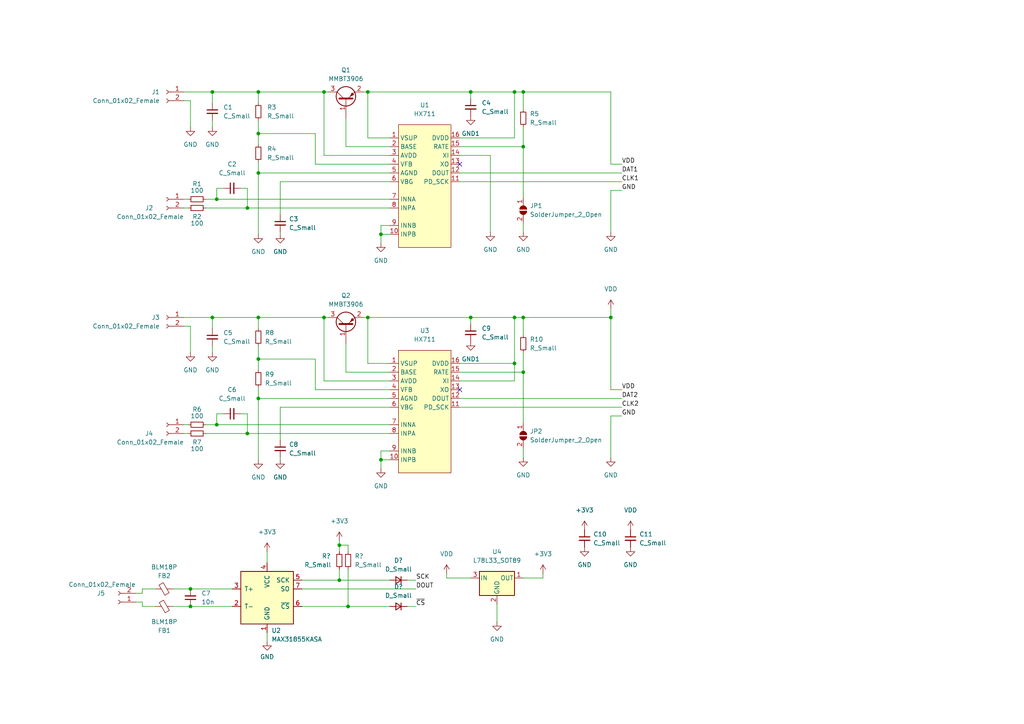
<source format=kicad_sch>
(kicad_sch (version 20211123) (generator eeschema)
  (paper "A4")
  (lib_symbols
    (symbol "Connector:Conn_01x02_Female" (pin_names (offset 1.016) hide)
      (property "Reference" "J" (at 0 2.54 0))
      (property "Value" "Conn_01x02_Female" (at 0 -5.08 0))
      (symbol "Conn_01x02_Female_1_1"
        (arc (start 0 -2.032) (mid -0.508 -2.54) (end 0 -3.048) (stroke (width 0.1524)))
        (polyline (pts (xy -1.27 -2.54) (xy -0.508 -2.54)) (stroke (width 0.1524)))
        (polyline (pts (xy -1.27 0) (xy -0.508 0)) (stroke (width 0.1524)))
        (arc (start 0 0.508) (mid -0.508 0) (end 0 -0.508) (stroke (width 0.1524)))
        (pin passive line (at -5.08 0 0) (length 3.81) (name "Pin_1") (number "1"))
        (pin passive line (at -5.08 -2.54 0) (length 3.81) (name "Pin_2") (number "2"))
      )
    )
    (symbol "Device:C_Small" (pin_numbers hide) (pin_names (offset 0.254) hide)
      (property "Reference" "C" (at 0.254 1.778 0))
      (property "Value" "C_Small" (at 0.254 -2.032 0))
      (symbol "C_Small_0_1"
        (polyline (pts (xy -1.524 -0.508) (xy 1.524 -0.508)) (stroke (width 0.3302)))
        (polyline (pts (xy -1.524 0.508) (xy 1.524 0.508)) (stroke (width 0.3048)))
      )
      (symbol "C_Small_1_1"
        (pin passive line (at 0 2.54 270) (length 2.032) (name "~") (number "1"))
        (pin passive line (at 0 -2.54 90) (length 2.032) (name "~") (number "2"))
      )
    )
    (symbol "Device:D_Small" (pin_numbers hide) (pin_names (offset 0.254) hide)
      (property "Reference" "D" (at -1.27 2.032 0))
      (property "Value" "D_Small" (at -3.81 -2.032 0))
      (symbol "D_Small_0_1"
        (polyline (pts (xy -0.762 -1.016) (xy -0.762 1.016)) (stroke (width 0.254)))
        (polyline (pts (xy -0.762 0) (xy 0.762 0)))
        (polyline (pts (xy 0.762 -1.016) (xy -0.762 0) (xy 0.762 1.016) (xy 0.762 -1.016)) (stroke (width 0.254)))
      )
      (symbol "D_Small_1_1"
        (pin passive line (at -2.54 0 0) (length 1.778) (name "K") (number "1"))
        (pin passive line (at 2.54 0 180) (length 1.778) (name "A") (number "2"))
      )
    )
    (symbol "Device:FerriteBead_Small" (pin_numbers hide) (pin_names (offset 0))
      (property "Reference" "FB" (at 1.905 1.27 0))
      (property "Value" "FerriteBead_Small" (at 1.905 -1.27 0))
      (symbol "FerriteBead_Small_0_1"
        (polyline (pts (xy 0 -1.27) (xy 0 -0.7874)))
        (polyline (pts (xy 0 0.889) (xy 0 1.2954)))
        (polyline (pts (xy -1.8288 0.2794) (xy -1.1176 1.4986) (xy 1.8288 -0.2032) (xy 1.1176 -1.4224) (xy -1.8288 0.2794)))
      )
      (symbol "FerriteBead_Small_1_1"
        (pin passive line (at 0 2.54 270) (length 1.27) (name "~") (number "1"))
        (pin passive line (at 0 -2.54 90) (length 1.27) (name "~") (number "2"))
      )
    )
    (symbol "Device:R_Small" (pin_numbers hide) (pin_names (offset 0.254) hide)
      (property "Reference" "R" (at 0.762 0.508 0))
      (property "Value" "R_Small" (at 0.762 -1.016 0))
      (symbol "R_Small_0_1"
        (rectangle (start -0.762 1.778) (end 0.762 -1.778) (stroke (width 0.2032)))
      )
      (symbol "R_Small_1_1"
        (pin passive line (at 0 2.54 270) (length 0.762) (name "~") (number "1"))
        (pin passive line (at 0 -2.54 90) (length 0.762) (name "~") (number "2"))
      )
    )
    (symbol "HX711:HX711"
      (property "Reference" "U" (at 0 17.78 0))
      (property "Value" "HX711" (at 0 20.32 0))
      (symbol "HX711_0_1"
        (rectangle (start -7.62 16.51) (end 7.62 -19.05) (fill (type background)))
      )
      (symbol "HX711_1_1"
        (pin input line (at -10.16 12.7 0) (length 2.54) (name "VSUP") (number "1"))
        (pin input line (at -10.16 -15.24 0) (length 2.54) (name "INPB") (number "10"))
        (pin input line (at 10.16 0 180) (length 2.54) (name "PD_SCK") (number "11"))
        (pin input line (at 10.16 2.54 180) (length 2.54) (name "DOUT") (number "12"))
        (pin input line (at 10.16 5.08 180) (length 2.54) (name "XO") (number "13"))
        (pin input line (at 10.16 7.62 180) (length 2.54) (name "XI") (number "14"))
        (pin input line (at 10.16 10.16 180) (length 2.54) (name "RATE") (number "15"))
        (pin input line (at 10.16 12.7 180) (length 2.54) (name "DVDD") (number "16"))
        (pin input line (at -10.16 10.16 0) (length 2.54) (name "BASE") (number "2"))
        (pin input line (at -10.16 7.62 0) (length 2.54) (name "AVDD") (number "3"))
        (pin input line (at -10.16 5.08 0) (length 2.54) (name "VFB") (number "4"))
        (pin input line (at -10.16 2.54 0) (length 2.54) (name "AGND") (number "5"))
        (pin input line (at -10.16 0 0) (length 2.54) (name "VBG") (number "6"))
        (pin input line (at -10.16 -5.08 0) (length 2.54) (name "INNA") (number "7"))
        (pin input line (at -10.16 -7.62 0) (length 2.54) (name "INPA") (number "8"))
        (pin input line (at -10.16 -12.7 0) (length 2.54) (name "INNB") (number "9"))
      )
    )
    (symbol "Jumper:SolderJumper_2_Open" (pin_names (offset 0) hide)
      (property "Reference" "JP" (at 0 2.032 0))
      (property "Value" "SolderJumper_2_Open" (at 0 -2.54 0))
      (symbol "SolderJumper_2_Open_0_1"
        (arc (start -0.254 1.016) (mid -1.27 0) (end -0.254 -1.016))
        (arc (start -0.254 1.016) (mid -1.27 0) (end -0.254 -1.016) (fill (type outline)))
        (polyline (pts (xy -0.254 1.016) (xy -0.254 -1.016)))
        (polyline (pts (xy 0.254 1.016) (xy 0.254 -1.016)))
        (arc (start 0.254 -1.016) (mid 1.27 0) (end 0.254 1.016))
        (arc (start 0.254 -1.016) (mid 1.27 0) (end 0.254 1.016) (fill (type outline)))
      )
      (symbol "SolderJumper_2_Open_1_1"
        (pin passive line (at -3.81 0 0) (length 2.54) (name "A") (number "1"))
        (pin passive line (at 3.81 0 180) (length 2.54) (name "B") (number "2"))
      )
    )
    (symbol "Regulator_Linear:L78L33_SOT89" (pin_names (offset 0.254))
      (property "Reference" "U" (at -3.81 3.175 0))
      (property "Value" "L78L33_SOT89" (at -0.635 3.175 0))
      (symbol "L78L33_SOT89_0_1"
        (rectangle (start -5.08 1.905) (end 5.08 -5.08) (stroke (width 0.254)) (fill (type background)))
      )
      (symbol "L78L33_SOT89_1_1"
        (pin power_out line (at 7.62 0 180) (length 2.54) (name "OUT") (number "1"))
        (pin power_in line (at 0 -7.62 90) (length 2.54) (name "GND") (number "2"))
        (pin power_in line (at -7.62 0 0) (length 2.54) (name "IN") (number "3"))
      )
    )
    (symbol "Sensor_Temperature:MAX31855KASA" (pin_names (offset 1.016))
      (property "Reference" "U" (at -7.62 8.89 0))
      (property "Value" "MAX31855KASA" (at 1.27 8.89 0))
      (symbol "MAX31855KASA_0_1"
        (rectangle (start -7.62 7.62) (end 7.62 -7.62) (stroke (width 0.254)) (fill (type background)))
      )
      (symbol "MAX31855KASA_1_1"
        (pin power_in line (at 0 -10.16 90) (length 2.54) (name "GND") (number "1"))
        (pin passive line (at -10.16 -2.54 0) (length 2.54) (name "T-") (number "2"))
        (pin passive line (at -10.16 2.54 0) (length 2.54) (name "T+") (number "3"))
        (pin power_in line (at 0 10.16 270) (length 2.54) (name "VCC") (number "4"))
        (pin input line (at 10.16 5.08 180) (length 2.54) (name "SCK") (number "5"))
        (pin input line (at 10.16 -2.54 180) (length 2.54) (name "~{CS}") (number "6"))
        (pin tri_state line (at 10.16 2.54 180) (length 2.54) (name "SO") (number "7"))
      )
    )
    (symbol "Transistor_BJT:MMBT3906" (pin_names (offset 0) hide)
      (property "Reference" "Q" (at 5.08 1.905 0))
      (property "Value" "MMBT3906" (at 5.08 0 0))
      (symbol "MMBT3906_0_1"
        (polyline (pts (xy 0.635 0.635) (xy 2.54 2.54)))
        (polyline (pts (xy 0.635 -0.635) (xy 2.54 -2.54) (xy 2.54 -2.54)))
        (polyline (pts (xy 0.635 1.905) (xy 0.635 -1.905) (xy 0.635 -1.905)) (stroke (width 0.508)))
        (polyline (pts (xy 2.286 -1.778) (xy 1.778 -2.286) (xy 1.27 -1.27) (xy 2.286 -1.778) (xy 2.286 -1.778)) (fill (type outline)))
        (circle (center 1.27 0) (radius 2.8194) (stroke (width 0.254)))
      )
      (symbol "MMBT3906_1_1"
        (pin input line (at -5.08 0 0) (length 5.715) (name "B") (number "1"))
        (pin passive line (at 2.54 -5.08 90) (length 2.54) (name "E") (number "2"))
        (pin passive line (at 2.54 5.08 270) (length 2.54) (name "C") (number "3"))
      )
    )
    (symbol "power:+3.3V" (power) (pin_names (offset 0))
      (property "Value" "+3.3V" (at 0 3.556 0))
      (symbol "+3.3V_0_1"
        (polyline (pts (xy -0.762 1.27) (xy 0 2.54)))
        (polyline (pts (xy 0 0) (xy 0 2.54)))
        (polyline (pts (xy 0 2.54) (xy 0.762 1.27)))
      )
      (symbol "+3.3V_1_1"
        (pin power_in line (at 0 0 90) (length 0) hide (name "+3V3") (number "1"))
      )
    )
    (symbol "power:GND" (power) (pin_names (offset 0))
      (property "Value" "GND" (at 0 -3.81 0))
      (symbol "GND_0_1"
        (polyline (pts (xy 0 0) (xy 0 -1.27) (xy 1.27 -1.27) (xy 0 -2.54) (xy -1.27 -1.27) (xy 0 -1.27)))
      )
      (symbol "GND_1_1"
        (pin power_in line (at 0 0 270) (length 0) hide (name "GND") (number "1"))
      )
    )
    (symbol "power:GND1" (power) (pin_names (offset 0))
      (property "Value" "GND1" (at 0 -3.81 0))
      (symbol "GND1_0_1"
        (polyline (pts (xy 0 0) (xy 0 -1.27) (xy 1.27 -1.27) (xy 0 -2.54) (xy -1.27 -1.27) (xy 0 -1.27)))
      )
      (symbol "GND1_1_1"
        (pin power_in line (at 0 0 270) (length 0) hide (name "GND1") (number "1"))
      )
    )
    (symbol "power:VDD" (power) (pin_names (offset 0))
      (property "Value" "VDD" (at 0 3.81 0))
      (symbol "VDD_0_1"
        (polyline (pts (xy -0.762 1.27) (xy 0 2.54)))
        (polyline (pts (xy 0 0) (xy 0 2.54)))
        (polyline (pts (xy 0 2.54) (xy 0.762 1.27)))
      )
      (symbol "VDD_1_1"
        (pin power_in line (at 0 0 90) (length 0) hide (name "VDD") (number "1"))
      )
    )
  )
  (junction (at 149.225 105.41))
  (junction (at 74.93 50.165))
  (junction (at 106.68 26.67))
  (junction (at 100.965 175.895))
  (junction (at 74.93 26.67))
  (junction (at 93.98 26.67))
  (junction (at 62.865 57.785))
  (junction (at 55.245 170.815))
  (junction (at 74.93 104.14))
  (junction (at 74.93 115.57))
  (junction (at 71.755 125.73))
  (junction (at 61.595 92.075))
  (junction (at 136.525 26.67))
  (junction (at 74.93 38.735))
  (junction (at 62.865 123.19))
  (junction (at 151.765 92.075))
  (junction (at 177.165 92.075))
  (junction (at 98.425 158.115))
  (junction (at 151.765 42.545))
  (junction (at 93.98 92.075))
  (junction (at 71.755 60.325))
  (junction (at 106.68 92.075))
  (junction (at 61.595 26.67))
  (junction (at 136.525 92.075))
  (junction (at 151.765 107.95))
  (junction (at 110.49 67.945))
  (junction (at 74.93 92.075))
  (junction (at 110.49 133.35))
  (junction (at 149.225 26.67))
  (junction (at 151.765 26.67))
  (junction (at 149.225 92.075))
  (junction (at 55.245 175.895))
  (junction (at 98.425 168.275))
  (no_connect (at 133.35 47.625))
  (no_connect (at 133.35 113.03))
  (wire (pts (xy 81.28 52.705) (xy 81.28 62.23)))
  (wire (pts (xy 151.765 26.67) (xy 177.165 26.67)))
  (wire (pts (xy 87.63 175.895) (xy 100.965 175.895)))
  (wire (pts (xy 151.765 36.83) (xy 151.765 42.545)))
  (wire (pts (xy 91.44 47.625) (xy 91.44 38.735)))
  (wire (pts (xy 41.275 172.085) (xy 39.37 172.085)))
  (wire (pts (xy 151.765 57.15) (xy 151.765 42.545)))
  (wire (pts (xy 59.69 60.325) (xy 71.755 60.325)))
  (wire (pts (xy 151.765 102.235) (xy 151.765 107.95)))
  (wire (pts (xy 118.11 168.275) (xy 120.65 168.275)))
  (wire (pts (xy 110.49 133.35) (xy 110.49 130.81)))
  (wire (pts (xy 113.03 52.705) (xy 81.28 52.705)))
  (wire (pts (xy 74.93 34.925) (xy 74.93 38.735)))
  (wire (pts (xy 93.98 45.085) (xy 93.98 26.67)))
  (wire (pts (xy 157.48 167.64) (xy 157.48 166.37)))
  (wire (pts (xy 113.03 47.625) (xy 91.44 47.625)))
  (wire (pts (xy 59.69 125.73) (xy 71.755 125.73)))
  (wire (pts (xy 151.765 92.075) (xy 177.165 92.075)))
  (wire (pts (xy 55.245 170.815) (xy 67.31 170.815)))
  (wire (pts (xy 129.54 167.64) (xy 129.54 166.37)))
  (wire (pts (xy 71.755 60.325) (xy 113.03 60.325)))
  (wire (pts (xy 98.425 156.845) (xy 98.425 158.115)))
  (wire (pts (xy 133.35 110.49) (xy 149.225 110.49)))
  (wire (pts (xy 110.49 67.945) (xy 110.49 65.405)))
  (wire (pts (xy 93.98 92.075) (xy 95.25 92.075)))
  (wire (pts (xy 177.165 120.65) (xy 180.34 120.65)))
  (wire (pts (xy 71.755 120.015) (xy 71.755 125.73)))
  (wire (pts (xy 149.225 26.67) (xy 151.765 26.67)))
  (wire (pts (xy 41.275 174.625) (xy 39.37 174.625)))
  (wire (pts (xy 177.165 67.31) (xy 177.165 55.245)))
  (wire (pts (xy 45.085 170.815) (xy 41.275 170.815)))
  (wire (pts (xy 110.49 70.485) (xy 110.49 67.945)))
  (wire (pts (xy 50.165 170.815) (xy 55.245 170.815)))
  (wire (pts (xy 91.44 104.14) (xy 74.93 104.14)))
  (wire (pts (xy 61.595 92.075) (xy 61.595 95.25)))
  (wire (pts (xy 113.03 113.03) (xy 91.44 113.03)))
  (wire (pts (xy 62.865 120.015) (xy 62.865 123.19)))
  (wire (pts (xy 177.165 113.03) (xy 180.34 113.03)))
  (wire (pts (xy 110.49 135.89) (xy 110.49 133.35)))
  (wire (pts (xy 110.49 67.945) (xy 113.03 67.945)))
  (wire (pts (xy 149.225 92.075) (xy 151.765 92.075)))
  (wire (pts (xy 69.85 54.61) (xy 71.755 54.61)))
  (wire (pts (xy 87.63 168.275) (xy 98.425 168.275)))
  (wire (pts (xy 53.34 125.73) (xy 54.61 125.73)))
  (wire (pts (xy 74.93 50.165) (xy 74.93 67.945)))
  (wire (pts (xy 133.35 40.005) (xy 149.225 40.005)))
  (wire (pts (xy 113.03 118.11) (xy 81.28 118.11)))
  (wire (pts (xy 81.28 132.715) (xy 81.28 133.35)))
  (wire (pts (xy 136.525 26.67) (xy 136.525 28.575)))
  (wire (pts (xy 113.03 40.005) (xy 106.68 40.005)))
  (wire (pts (xy 177.165 92.075) (xy 177.165 113.03)))
  (wire (pts (xy 74.93 26.67) (xy 93.98 26.67)))
  (wire (pts (xy 106.68 40.005) (xy 106.68 26.67)))
  (wire (pts (xy 98.425 168.275) (xy 113.03 168.275)))
  (wire (pts (xy 151.765 64.77) (xy 151.765 67.31)))
  (wire (pts (xy 77.47 160.02) (xy 77.47 163.195)))
  (wire (pts (xy 62.865 54.61) (xy 62.865 57.785)))
  (wire (pts (xy 74.93 38.735) (xy 74.93 41.91)))
  (wire (pts (xy 61.595 26.67) (xy 74.93 26.67)))
  (wire (pts (xy 151.765 167.64) (xy 157.48 167.64)))
  (wire (pts (xy 177.165 26.67) (xy 177.165 47.625)))
  (wire (pts (xy 74.93 100.33) (xy 74.93 104.14)))
  (wire (pts (xy 151.765 130.175) (xy 151.765 132.715)))
  (wire (pts (xy 151.765 97.155) (xy 151.765 92.075)))
  (wire (pts (xy 100.33 99.695) (xy 100.33 107.95)))
  (wire (pts (xy 177.165 89.535) (xy 177.165 92.075)))
  (wire (pts (xy 149.225 40.005) (xy 149.225 26.67)))
  (wire (pts (xy 177.165 55.245) (xy 180.34 55.245)))
  (wire (pts (xy 74.93 115.57) (xy 74.93 112.395)))
  (wire (pts (xy 53.34 123.19) (xy 54.61 123.19)))
  (wire (pts (xy 142.24 45.085) (xy 142.24 67.31)))
  (wire (pts (xy 45.085 175.895) (xy 41.275 175.895)))
  (wire (pts (xy 100.33 42.545) (xy 113.03 42.545)))
  (wire (pts (xy 81.28 118.11) (xy 81.28 127.635)))
  (wire (pts (xy 91.44 38.735) (xy 74.93 38.735)))
  (wire (pts (xy 106.68 92.075) (xy 136.525 92.075)))
  (wire (pts (xy 133.35 42.545) (xy 151.765 42.545)))
  (wire (pts (xy 53.34 94.615) (xy 55.245 94.615)))
  (wire (pts (xy 62.865 57.785) (xy 113.03 57.785)))
  (wire (pts (xy 106.68 92.075) (xy 105.41 92.075)))
  (wire (pts (xy 133.35 52.705) (xy 180.34 52.705)))
  (wire (pts (xy 113.03 110.49) (xy 93.98 110.49)))
  (wire (pts (xy 74.93 50.165) (xy 74.93 46.99)))
  (wire (pts (xy 113.03 105.41) (xy 106.68 105.41)))
  (wire (pts (xy 41.275 175.895) (xy 41.275 174.625)))
  (wire (pts (xy 55.245 175.895) (xy 67.31 175.895)))
  (wire (pts (xy 149.225 105.41) (xy 149.225 92.075)))
  (wire (pts (xy 93.98 110.49) (xy 93.98 92.075)))
  (wire (pts (xy 106.68 105.41) (xy 106.68 92.075)))
  (wire (pts (xy 50.165 175.895) (xy 55.245 175.895)))
  (wire (pts (xy 100.965 175.895) (xy 113.03 175.895)))
  (wire (pts (xy 100.965 158.115) (xy 98.425 158.115)))
  (wire (pts (xy 93.98 26.67) (xy 95.25 26.67)))
  (wire (pts (xy 69.85 120.015) (xy 71.755 120.015)))
  (wire (pts (xy 100.965 160.02) (xy 100.965 158.115)))
  (wire (pts (xy 53.34 29.21) (xy 55.245 29.21)))
  (wire (pts (xy 106.68 26.67) (xy 136.525 26.67)))
  (wire (pts (xy 55.245 29.21) (xy 55.245 36.83)))
  (wire (pts (xy 61.595 100.33) (xy 61.595 102.235)))
  (wire (pts (xy 77.47 183.515) (xy 77.47 186.055)))
  (wire (pts (xy 136.525 26.67) (xy 149.225 26.67)))
  (wire (pts (xy 81.28 67.31) (xy 81.28 67.945)))
  (wire (pts (xy 64.77 54.61) (xy 62.865 54.61)))
  (wire (pts (xy 41.275 170.815) (xy 41.275 172.085)))
  (wire (pts (xy 177.165 132.715) (xy 177.165 120.65)))
  (wire (pts (xy 151.765 31.75) (xy 151.765 26.67)))
  (wire (pts (xy 133.35 107.95) (xy 151.765 107.95)))
  (wire (pts (xy 59.69 57.785) (xy 62.865 57.785)))
  (wire (pts (xy 136.525 92.075) (xy 149.225 92.075)))
  (wire (pts (xy 74.93 26.67) (xy 74.93 29.845)))
  (wire (pts (xy 113.03 45.085) (xy 93.98 45.085)))
  (wire (pts (xy 98.425 158.115) (xy 98.425 160.02)))
  (wire (pts (xy 133.35 105.41) (xy 149.225 105.41)))
  (wire (pts (xy 110.49 65.405) (xy 113.03 65.405)))
  (wire (pts (xy 53.34 26.67) (xy 61.595 26.67)))
  (wire (pts (xy 110.49 133.35) (xy 113.03 133.35)))
  (wire (pts (xy 62.865 123.19) (xy 113.03 123.19)))
  (wire (pts (xy 149.225 110.49) (xy 149.225 105.41)))
  (wire (pts (xy 74.93 50.165) (xy 113.03 50.165)))
  (wire (pts (xy 64.77 120.015) (xy 62.865 120.015)))
  (wire (pts (xy 74.93 92.075) (xy 74.93 95.25)))
  (wire (pts (xy 133.35 118.11) (xy 180.34 118.11)))
  (wire (pts (xy 151.765 122.555) (xy 151.765 107.95)))
  (wire (pts (xy 144.145 175.26) (xy 144.145 180.34)))
  (wire (pts (xy 61.595 26.67) (xy 61.595 29.845)))
  (wire (pts (xy 61.595 92.075) (xy 74.93 92.075)))
  (wire (pts (xy 136.525 92.075) (xy 136.525 93.98)))
  (wire (pts (xy 53.34 57.785) (xy 54.61 57.785)))
  (wire (pts (xy 177.165 47.625) (xy 180.34 47.625)))
  (wire (pts (xy 118.11 175.895) (xy 120.65 175.895)))
  (wire (pts (xy 55.245 94.615) (xy 55.245 102.235)))
  (wire (pts (xy 74.93 115.57) (xy 74.93 133.35)))
  (wire (pts (xy 53.34 92.075) (xy 61.595 92.075)))
  (wire (pts (xy 133.35 45.085) (xy 142.24 45.085)))
  (wire (pts (xy 71.755 54.61) (xy 71.755 60.325)))
  (wire (pts (xy 100.33 34.29) (xy 100.33 42.545)))
  (wire (pts (xy 74.93 104.14) (xy 74.93 107.315)))
  (wire (pts (xy 133.35 50.165) (xy 180.34 50.165)))
  (wire (pts (xy 87.63 170.815) (xy 120.65 170.815)))
  (wire (pts (xy 129.54 167.64) (xy 136.525 167.64)))
  (wire (pts (xy 98.425 165.1) (xy 98.425 168.275)))
  (wire (pts (xy 133.35 115.57) (xy 180.34 115.57)))
  (wire (pts (xy 91.44 113.03) (xy 91.44 104.14)))
  (wire (pts (xy 53.34 60.325) (xy 54.61 60.325)))
  (wire (pts (xy 61.595 34.925) (xy 61.595 36.83)))
  (wire (pts (xy 100.33 107.95) (xy 113.03 107.95)))
  (wire (pts (xy 106.68 26.67) (xy 105.41 26.67)))
  (wire (pts (xy 110.49 130.81) (xy 113.03 130.81)))
  (wire (pts (xy 100.965 165.1) (xy 100.965 175.895)))
  (wire (pts (xy 74.93 115.57) (xy 113.03 115.57)))
  (wire (pts (xy 74.93 92.075) (xy 93.98 92.075)))
  (wire (pts (xy 71.755 125.73) (xy 113.03 125.73)))
  (wire (pts (xy 59.69 123.19) (xy 62.865 123.19)))
  (label "SCK" (at 120.65 168.275 0))
  (label "DAT1" (at 180.34 50.165 0))
  (label "VDD" (at 180.34 47.625 0))
  (label "CLK2" (at 180.34 118.11 0))
  (label "GND" (at 180.34 55.245 0))
  (label "VDD" (at 180.34 113.03 0))
  (label "CLK1" (at 180.34 52.705 0))
  (label "DAT2" (at 180.34 115.57 0))
  (label "DOUT" (at 120.65 170.815 0))
  (label "~{CS}" (at 120.65 175.895 0))
  (label "GND" (at 180.34 120.65 0))
  (symbol (lib_id "power:GND") (at 142.24 67.31 0) (unit 1)
    (property "Reference" "#PWR0123" (effects hide))
    (property "Value" "GND" (at 142.24 72.39 0))
  )
  (symbol (lib_id "Device:C_Small") (at 136.525 31.115 0) (unit 1)
    (property "Reference" "C4" (at 139.7 29.8512 0) (effects (justify left)))
    (property "Value" "C_Small" (at 139.7 32.3912 0) (effects (justify left)))
    (property "Footprint" "Capacitor_SMD:C_0603_1608Metric" (effects hide))
  )
  (symbol (lib_id "Device:R_Small") (at 57.15 125.73 270) (unit 1)
    (property "Reference" "R7" (at 57.15 128.27 90))
    (property "Value" "100" (at 57.15 130.175 90))
    (property "Footprint" "Resistor_SMD:R_0603_1608Metric" (effects hide))
  )
  (symbol (lib_id "Device:R_Small") (at 98.425 162.56 0) (unit 1)
    (property "Reference" "R?" (at 93.345 161.29 0) (effects (justify left)))
    (property "Value" "R_Small" (at 88.265 163.83 0) (effects (justify left)))
    (property "Footprint" "Resistor_SMD:R_0603_1608Metric" (effects hide))
  )
  (symbol (lib_id "power:GND") (at 182.88 158.75 0) (unit 1)
    (property "Reference" "#PWR0127" (effects hide))
    (property "Value" "GND" (at 182.88 163.83 0))
  )
  (symbol (lib_id "power:GND") (at 151.765 67.31 0) (unit 1)
    (property "Reference" "#PWR0107" (effects hide))
    (property "Value" "GND" (at 151.765 72.39 0))
  )
  (symbol (lib_id "power:+3.3V") (at 169.545 153.67 0) (unit 1)
    (property "Reference" "#PWR0125" (effects hide))
    (property "Value" "+3.3V" (at 169.545 147.955 0))
  )
  (symbol (lib_id "Transistor_BJT:MMBT3906") (at 100.33 29.21 90) (unit 1)
    (property "Reference" "Q1" (at 100.33 20.32 90))
    (property "Value" "MMBT3906" (at 100.33 22.86 90))
    (property "Footprint" "Package_TO_SOT_SMD:SOT-23" (effects hide))
    (property "Datasheet" "https://www.onsemi.com/pub/Collateral/2N3906-D.PDF" (effects hide))
  )
  (symbol (lib_id "power:GND") (at 177.165 67.31 0) (unit 1)
    (property "Reference" "#PWR0108" (effects hide))
    (property "Value" "GND" (at 177.165 72.39 0))
  )
  (symbol (lib_id "power:VDD") (at 177.165 89.535 0) (unit 1)
    (property "Reference" "#PWR0115" (effects hide))
    (property "Value" "VDD" (at 177.165 83.82 0))
  )
  (symbol (lib_id "Device:D_Small") (at 115.57 175.895 180) (unit 1)
    (property "Reference" "D?" (at 115.57 170.18 0))
    (property "Value" "D_Small" (at 115.57 172.72 0))
  )
  (symbol (lib_id "power:VDD") (at 182.88 153.67 0) (unit 1)
    (property "Reference" "#PWR0124" (effects hide))
    (property "Value" "VDD" (at 182.88 147.955 0))
  )
  (symbol (lib_id "power:GND") (at 61.595 36.83 0) (unit 1)
    (property "Reference" "#PWR0104" (effects hide))
    (property "Value" "GND" (at 61.595 41.91 0))
  )
  (symbol (lib_id "power:VDD") (at 129.54 166.37 0) (unit 1)
    (property "Reference" "#PWR0120" (effects hide))
    (property "Value" "VDD" (at 129.54 160.655 0))
  )
  (symbol (lib_id "Device:C_Small") (at 55.245 173.355 180) (unit 1)
    (property "Reference" "C7" (at 58.42 172.0785 0) (effects (justify right)))
    (property "Value" "10n" (at 58.42 174.6185 0) (effects (justify right)))
    (property "Footprint" "Capacitor_SMD:C_0603_1608Metric" (effects hide))
  )
  (symbol (lib_id "Transistor_BJT:MMBT3906") (at 100.33 94.615 90) (unit 1)
    (property "Reference" "Q2" (at 100.33 85.725 90))
    (property "Value" "MMBT3906" (at 100.33 88.265 90))
    (property "Footprint" "Package_TO_SOT_SMD:SOT-23" (effects hide))
    (property "Datasheet" "https://www.onsemi.com/pub/Collateral/2N3906-D.PDF" (effects hide))
  )
  (symbol (lib_id "power:GND") (at 55.245 36.83 0) (unit 1)
    (property "Reference" "#PWR0103" (effects hide))
    (property "Value" "GND" (at 55.245 41.91 0))
  )
  (symbol (lib_id "Device:C_Small") (at 67.31 54.61 90) (unit 1)
    (property "Reference" "C2" (at 67.3163 47.625 90))
    (property "Value" "C_Small" (at 67.3163 50.165 90))
    (property "Footprint" "Capacitor_SMD:C_0603_1608Metric" (effects hide))
  )
  (symbol (lib_id "Connector:Conn_01x02_Female") (at 48.26 123.19 0) (mirror y) (unit 1)
    (property "Reference" "J4" (at 44.45 125.73 0) (effects (justify left)))
    (property "Value" "Conn_01x02_Female" (at 53.34 128.27 0) (effects (justify left)))
    (property "Footprint" "TerminalBlock_Phoenix:TerminalBlock_Phoenix_MPT-0,5-2-2.54_1x02_P2.54mm_Horizontal" (effects hide))
  )
  (symbol (lib_id "Device:R_Small") (at 74.93 32.385 180) (unit 1)
    (property "Reference" "R3" (at 77.47 31.1149 0) (effects (justify right)))
    (property "Value" "R_Small" (at 77.47 33.6549 0) (effects (justify right)))
    (property "Footprint" "Resistor_SMD:R_0603_1608Metric" (effects hide))
  )
  (symbol (lib_id "Sensor_Temperature:MAX31855KASA") (at 77.47 173.355 0) (unit 1)
    (property "Reference" "U2" (at 78.74 182.88 0) (effects (justify left)))
    (property "Value" "MAX31855KASA" (at 78.74 185.42 0) (effects (justify left)))
    (property "Footprint" "Package_SO:SOIC-8_3.9x4.9mm_P1.27mm" (effects hide))
    (property "Datasheet" "http://datasheets.maximintegrated.com/en/ds/MAX31855.pdf" (effects hide))
  )
  (symbol (lib_id "Jumper:SolderJumper_2_Open") (at 151.765 60.96 270) (unit 1)
    (property "Reference" "JP1" (at 153.67 59.6899 90) (effects (justify left)))
    (property "Value" "SolderJumper_2_Open" (at 153.67 62.2299 90) (effects (justify left)))
    (property "Footprint" "Jumper:SolderJumper-2_P1.3mm_Open_RoundedPad1.0x1.5mm" (effects hide))
  )
  (symbol (lib_id "power:+3.3V") (at 157.48 166.37 0) (unit 1)
    (property "Reference" "#PWR0122" (effects hide))
    (property "Value" "+3.3V" (at 157.48 160.655 0))
  )
  (symbol (lib_id "Device:R_Small") (at 57.15 60.325 90) (mirror x) (unit 1)
    (property "Reference" "R2" (at 57.15 62.865 90))
    (property "Value" "100" (at 57.15 64.77 90))
    (property "Footprint" "Resistor_SMD:R_0603_1608Metric" (effects hide))
  )
  (symbol (lib_id "power:GND") (at 74.93 133.35 0) (unit 1)
    (property "Reference" "#PWR0114" (effects hide))
    (property "Value" "GND" (at 74.93 138.43 0))
  )
  (symbol (lib_id "Jumper:SolderJumper_2_Open") (at 151.765 126.365 270) (unit 1)
    (property "Reference" "JP2" (at 153.67 125.0949 90) (effects (justify left)))
    (property "Value" "SolderJumper_2_Open" (at 153.67 127.6349 90) (effects (justify left)))
    (property "Footprint" "Jumper:SolderJumper-2_P1.3mm_Open_RoundedPad1.0x1.5mm" (effects hide))
  )
  (symbol (lib_id "Device:R_Small") (at 74.93 97.79 0) (unit 1)
    (property "Reference" "R8" (at 76.835 96.5199 0) (effects (justify left)))
    (property "Value" "R_Small" (at 76.835 99.0599 0) (effects (justify left)))
    (property "Footprint" "Resistor_SMD:R_0603_1608Metric" (effects hide))
  )
  (symbol (lib_id "power:GND") (at 169.545 158.75 0) (unit 1)
    (property "Reference" "#PWR0126" (effects hide))
    (property "Value" "GND" (at 169.545 163.83 0))
  )
  (symbol (lib_id "Device:R_Small") (at 74.93 44.45 180) (unit 1)
    (property "Reference" "R4" (at 77.47 43.1799 0) (effects (justify right)))
    (property "Value" "R_Small" (at 77.47 45.7199 0) (effects (justify right)))
    (property "Footprint" "Resistor_SMD:R_0603_1608Metric" (effects hide))
  )
  (symbol (lib_id "power:GND") (at 61.595 102.235 0) (unit 1)
    (property "Reference" "#PWR0109" (effects hide))
    (property "Value" "GND" (at 61.595 107.315 0))
  )
  (symbol (lib_id "HX711:HX711") (at 123.19 118.11 0) (unit 1)
    (property "Reference" "U3" (at 123.19 95.885 0))
    (property "Value" "HX711" (at 123.19 98.425 0))
    (property "Footprint" "Package_SO:SOP-16_4.4x10.4mm_P1.27mm" (effects hide))
  )
  (symbol (lib_id "power:GND") (at 110.49 135.89 0) (unit 1)
    (property "Reference" "#PWR0119" (effects hide))
    (property "Value" "GND" (at 110.49 140.97 0))
  )
  (symbol (lib_id "Device:R_Small") (at 57.15 57.785 90) (unit 1)
    (property "Reference" "R1" (at 57.15 53.34 90))
    (property "Value" "100" (at 57.15 55.245 90))
    (property "Footprint" "Resistor_SMD:R_0603_1608Metric" (effects hide))
  )
  (symbol (lib_id "power:GND") (at 77.47 186.055 0) (unit 1)
    (property "Reference" "#PWR0112" (effects hide))
    (property "Value" "GND" (at 77.47 190.5 0))
  )
  (symbol (lib_id "Device:FerriteBead_Small") (at 47.625 175.895 270) (mirror x) (unit 1)
    (property "Reference" "FB1" (at 47.6631 182.88 90))
    (property "Value" "BLM18P" (at 47.6631 180.34 90))
    (property "Footprint" "Capacitor_SMD:C_0603_1608Metric" (effects hide))
  )
  (symbol (lib_id "power:GND") (at 151.765 132.715 0) (unit 1)
    (property "Reference" "#PWR0118" (effects hide))
    (property "Value" "GND" (at 151.765 137.795 0))
  )
  (symbol (lib_id "Device:C_Small") (at 61.595 97.79 0) (unit 1)
    (property "Reference" "C5" (at 64.77 96.5262 0) (effects (justify left)))
    (property "Value" "C_Small" (at 64.77 99.0662 0) (effects (justify left)))
    (property "Footprint" "Capacitor_SMD:C_0603_1608Metric" (effects hide))
  )
  (symbol (lib_id "Device:R_Small") (at 100.965 162.56 0) (unit 1)
    (property "Reference" "R?" (at 102.87 161.2899 0) (effects (justify left)))
    (property "Value" "R_Small" (at 102.87 163.8299 0) (effects (justify left)))
    (property "Footprint" "Resistor_SMD:R_0603_1608Metric" (effects hide))
  )
  (symbol (lib_id "power:+3.3V") (at 98.425 156.845 0) (unit 1)
    (property "Reference" "#PWR?" (effects hide))
    (property "Value" "+3.3V" (at 98.425 151.13 0))
  )
  (symbol (lib_id "power:+3.3V") (at 77.47 160.02 0) (unit 1)
    (property "Reference" "#PWR0111" (effects hide))
    (property "Value" "+3.3V" (at 77.47 154.305 0))
  )
  (symbol (lib_id "power:GND") (at 81.28 67.945 0) (unit 1)
    (property "Reference" "#PWR0105" (effects hide))
    (property "Value" "GND" (at 81.28 73.025 0))
  )
  (symbol (lib_id "power:GND") (at 81.28 133.35 0) (unit 1)
    (property "Reference" "#PWR0113" (effects hide))
    (property "Value" "GND" (at 81.28 138.43 0))
  )
  (symbol (lib_id "Device:R_Small") (at 151.765 34.29 0) (unit 1)
    (property "Reference" "R5" (at 153.67 33.0199 0) (effects (justify left)))
    (property "Value" "R_Small" (at 153.67 35.5599 0) (effects (justify left)))
    (property "Footprint" "Resistor_SMD:R_0603_1608Metric" (effects hide))
  )
  (symbol (lib_id "Device:C_Small") (at 169.545 156.21 0) (unit 1)
    (property "Reference" "C10" (at 172.085 154.9462 0) (effects (justify left)))
    (property "Value" "C_Small" (at 172.085 157.4862 0) (effects (justify left)))
    (property "Footprint" "Capacitor_SMD:C_0603_1608Metric" (effects hide))
  )
  (symbol (lib_id "Device:C_Small") (at 81.28 64.77 0) (unit 1)
    (property "Reference" "C3" (at 83.82 63.5062 0) (effects (justify left)))
    (property "Value" "C_Small" (at 83.82 66.0462 0) (effects (justify left)))
    (property "Footprint" "Capacitor_SMD:C_0603_1608Metric" (effects hide))
  )
  (symbol (lib_id "Regulator_Linear:L78L33_SOT89") (at 144.145 167.64 0) (unit 1)
    (property "Reference" "U4" (at 144.145 160.02 0))
    (property "Value" "L78L33_SOT89" (at 144.145 162.56 0))
    (property "Footprint" "Package_TO_SOT_SMD:SOT-89-3" (effects hide))
    (property "Datasheet" "http://www.st.com/content/ccc/resource/technical/document/datasheet/15/55/e5/aa/23/5b/43/fd/CD00000446.pdf/files/CD00000446.pdf/jcr:content/translations/en.CD00000446.pdf" (effects hide))
  )
  (symbol (lib_id "power:GND") (at 55.245 102.235 0) (unit 1)
    (property "Reference" "#PWR0110" (effects hide))
    (property "Value" "GND" (at 55.245 107.315 0))
  )
  (symbol (lib_id "Connector:Conn_01x02_Female") (at 48.26 92.075 0) (mirror y) (unit 1)
    (property "Reference" "J3" (at 46.355 92.0749 0) (effects (justify left)))
    (property "Value" "Conn_01x02_Female" (at 46.355 94.6149 0) (effects (justify left)))
    (property "Footprint" "TerminalBlock_Phoenix:TerminalBlock_Phoenix_MPT-0,5-2-2.54_1x02_P2.54mm_Horizontal" (effects hide))
  )
  (symbol (lib_id "Connector:Conn_01x02_Female") (at 48.26 26.67 0) (mirror y) (unit 1)
    (property "Reference" "J1" (at 46.355 26.6699 0) (effects (justify left)))
    (property "Value" "Conn_01x02_Female" (at 46.355 29.2099 0) (effects (justify left)))
    (property "Footprint" "TerminalBlock_Phoenix:TerminalBlock_Phoenix_MPT-0,5-2-2.54_1x02_P2.54mm_Horizontal" (effects hide))
  )
  (symbol (lib_id "Connector:Conn_01x02_Female") (at 48.26 57.785 0) (mirror y) (unit 1)
    (property "Reference" "J2" (at 44.45 60.325 0) (effects (justify left)))
    (property "Value" "Conn_01x02_Female" (at 53.34 62.865 0) (effects (justify left)))
    (property "Footprint" "TerminalBlock_Phoenix:TerminalBlock_Phoenix_MPT-0,5-2-2.54_1x02_P2.54mm_Horizontal" (effects hide))
  )
  (symbol (lib_id "power:GND") (at 144.145 180.34 0) (unit 1)
    (property "Reference" "#PWR0121" (effects hide))
    (property "Value" "GND" (at 144.145 185.42 0))
  )
  (symbol (lib_id "Device:D_Small") (at 115.57 168.275 180) (unit 1)
    (property "Reference" "D?" (at 115.57 162.56 0))
    (property "Value" "D_Small" (at 115.57 165.1 0))
  )
  (symbol (lib_id "Device:R_Small") (at 74.93 109.855 0) (unit 1)
    (property "Reference" "R9" (at 76.835 108.5849 0) (effects (justify left)))
    (property "Value" "R_Small" (at 76.835 111.1249 0) (effects (justify left)))
    (property "Footprint" "Resistor_SMD:R_0603_1608Metric" (effects hide))
  )
  (symbol (lib_id "Device:C_Small") (at 81.28 130.175 0) (unit 1)
    (property "Reference" "C8" (at 83.82 128.9112 0) (effects (justify left)))
    (property "Value" "C_Small" (at 83.82 131.4512 0) (effects (justify left)))
    (property "Footprint" "Capacitor_SMD:C_0603_1608Metric" (effects hide))
  )
  (symbol (lib_id "power:GND") (at 177.165 132.715 0) (unit 1)
    (property "Reference" "#PWR0117" (effects hide))
    (property "Value" "GND" (at 177.165 137.795 0))
  )
  (symbol (lib_id "Device:C_Small") (at 61.595 32.385 0) (unit 1)
    (property "Reference" "C1" (at 64.77 31.1212 0) (effects (justify left)))
    (property "Value" "C_Small" (at 64.77 33.6612 0) (effects (justify left)))
    (property "Footprint" "Capacitor_SMD:C_0603_1608Metric" (effects hide))
  )
  (symbol (lib_id "HX711:HX711") (at 123.19 52.705 0) (unit 1)
    (property "Reference" "U1" (at 123.19 30.48 0))
    (property "Value" "HX711" (at 123.19 33.02 0))
    (property "Footprint" "Package_SO:SOP-16_4.4x10.4mm_P1.27mm" (effects hide))
  )
  (symbol (lib_id "Device:FerriteBead_Small") (at 47.625 170.815 90) (mirror x) (unit 1)
    (property "Reference" "FB2" (at 47.625 167.005 90))
    (property "Value" "BLM18P" (at 47.625 164.465 90))
    (property "Footprint" "Capacitor_SMD:C_0603_1608Metric" (effects hide))
  )
  (symbol (lib_id "Connector:Conn_01x02_Female") (at 34.29 174.625 180) (unit 1)
    (property "Reference" "J5" (at 30.48 172.085 0) (effects (justify left)))
    (property "Value" "Conn_01x02_Female" (at 39.37 169.545 0) (effects (justify left)))
    (property "Footprint" "TerminalBlock_Phoenix:TerminalBlock_Phoenix_MPT-0,5-2-2.54_1x02_P2.54mm_Horizontal" (effects hide))
  )
  (symbol (lib_id "Device:C_Small") (at 182.88 156.21 0) (unit 1)
    (property "Reference" "C11" (at 185.42 154.9462 0) (effects (justify left)))
    (property "Value" "C_Small" (at 185.42 157.4862 0) (effects (justify left)))
    (property "Footprint" "Capacitor_SMD:C_0603_1608Metric" (effects hide))
  )
  (symbol (lib_id "power:GND1") (at 136.525 99.06 0) (unit 1)
    (property "Reference" "#PWR0116" (effects hide))
    (property "Value" "GND1" (at 136.525 104.14 0))
  )
  (symbol (lib_id "Device:R_Small") (at 57.15 123.19 90) (unit 1)
    (property "Reference" "R6" (at 57.15 118.745 90))
    (property "Value" "100" (at 57.15 120.65 90))
    (property "Footprint" "Resistor_SMD:R_0603_1608Metric" (effects hide))
  )
  (symbol (lib_id "power:GND") (at 74.93 67.945 0) (unit 1)
    (property "Reference" "#PWR0106" (effects hide))
    (property "Value" "GND" (at 74.93 73.025 0))
  )
  (symbol (lib_id "power:GND") (at 110.49 70.485 0) (unit 1)
    (property "Reference" "#PWR0102" (effects hide))
    (property "Value" "GND" (at 110.49 75.565 0))
  )
  (symbol (lib_id "power:GND1") (at 136.525 33.655 0) (unit 1)
    (property "Reference" "#PWR0101" (effects hide))
    (property "Value" "GND1" (at 136.525 38.735 0))
  )
  (symbol (lib_id "Device:C_Small") (at 67.31 120.015 90) (unit 1)
    (property "Reference" "C6" (at 67.3163 113.03 90))
    (property "Value" "C_Small" (at 67.3163 115.57 90))
    (property "Footprint" "Capacitor_SMD:C_0603_1608Metric" (effects hide))
  )
  (symbol (lib_id "Device:R_Small") (at 151.765 99.695 0) (unit 1)
    (property "Reference" "R10" (at 153.67 98.4249 0) (effects (justify left)))
    (property "Value" "R_Small" (at 153.67 100.9649 0) (effects (justify left)))
    (property "Footprint" "Resistor_SMD:R_0603_1608Metric" (effects hide))
  )
  (symbol (lib_id "Device:C_Small") (at 136.525 96.52 0) (unit 1)
    (property "Reference" "C9" (at 139.7 95.2562 0) (effects (justify left)))
    (property "Value" "C_Small" (at 139.7 97.7962 0) (effects (justify left)))
    (property "Footprint" "Capacitor_SMD:C_0603_1608Metric" (effects hide))
  )
)
</source>
